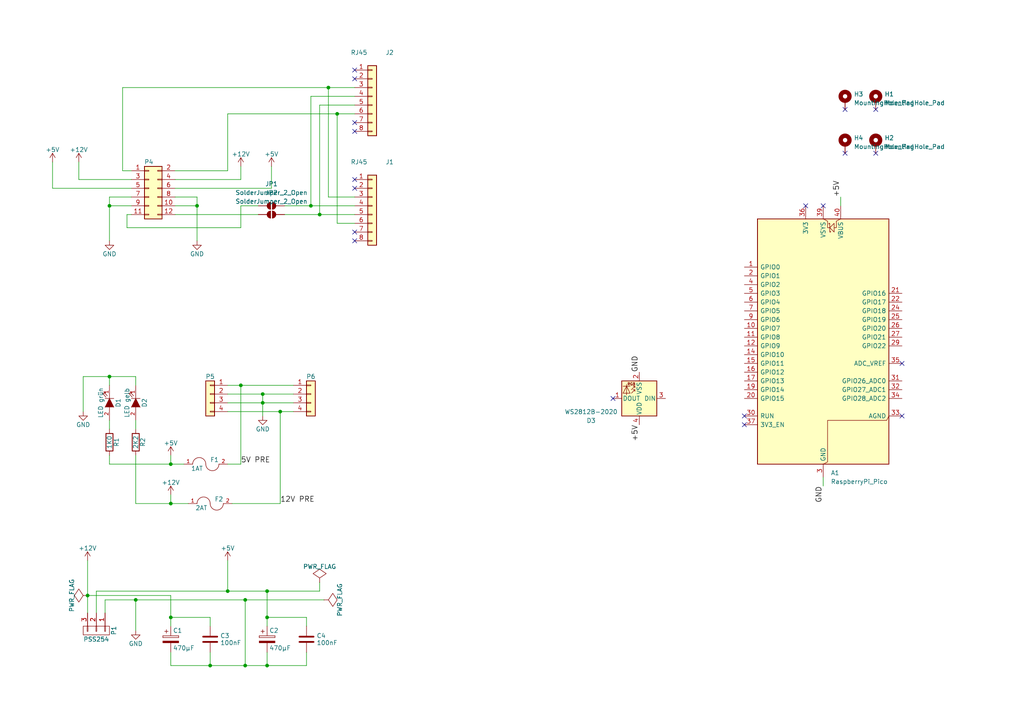
<source format=kicad_sch>
(kicad_sch (version 20250114) (generator "eeschema") (generator_version "9.0")
  (paper "A4")
  (title_block (title "Modul-Anschluss-Einheit") (date "2023-06-19") (rev "3") (comment 2 "MoBaSbS-002") (comment 3 "Anschluss Baugruppe") (comment 4 "MoBaSbS"))
  (lib_symbols
    (symbol "Connector_Generic:Conn_01x04" (pin_names (offset 1.016) (hide yes))
      (property "Reference" "J" (at 0 5.08 0))
      (property "Value" "Conn_01x04" (at 0 -7.62 0))
      (symbol "Conn_01x04_1_1"
        (rectangle (start -1.27 3.81) (end 1.27 -6.35) (stroke (width 0.254)) (fill (type background)))
        (rectangle (start -1.27 2.667) (end 0 2.413) (stroke (width 0.1524)))
        (rectangle (start -1.27 0.127) (end 0 -0.127) (stroke (width 0.1524)))
        (rectangle (start -1.27 -2.413) (end 0 -2.667) (stroke (width 0.1524)))
        (rectangle (start -1.27 -4.953) (end 0 -5.207) (stroke (width 0.1524)))
        (pin passive line (at -5.08 2.54 0) (length 3.81) (name "Pin_1") (number "1"))
        (pin passive line (at -5.08 0 0) (length 3.81) (name "Pin_2") (number "2"))
        (pin passive line (at -5.08 -2.54 0) (length 3.81) (name "Pin_3") (number "3"))
        (pin passive line (at -5.08 -5.08 0) (length 3.81) (name "Pin_4") (number "4"))
      )
    )
    (symbol "Connector_Generic:Conn_01x08" (pin_names (offset 1.016) (hide yes))
      (property "Reference" "J" (at 0 10.16 0))
      (property "Value" "Conn_01x08" (at 0 -12.7 0))
      (symbol "Conn_01x08_1_1"
        (rectangle (start -1.27 8.89) (end 1.27 -11.43) (stroke (width 0.254)) (fill (type background)))
        (rectangle (start -1.27 7.747) (end 0 7.493) (stroke (width 0.1524)))
        (rectangle (start -1.27 5.207) (end 0 4.953) (stroke (width 0.1524)))
        (rectangle (start -1.27 2.667) (end 0 2.413) (stroke (width 0.1524)))
        (rectangle (start -1.27 0.127) (end 0 -0.127) (stroke (width 0.1524)))
        (rectangle (start -1.27 -2.413) (end 0 -2.667) (stroke (width 0.1524)))
        (rectangle (start -1.27 -4.953) (end 0 -5.207) (stroke (width 0.1524)))
        (rectangle (start -1.27 -7.493) (end 0 -7.747) (stroke (width 0.1524)))
        (rectangle (start -1.27 -10.033) (end 0 -10.287) (stroke (width 0.1524)))
        (pin passive line (at -5.08 7.62 0) (length 3.81) (name "Pin_1") (number "1"))
        (pin passive line (at -5.08 5.08 0) (length 3.81) (name "Pin_2") (number "2"))
        (pin passive line (at -5.08 2.54 0) (length 3.81) (name "Pin_3") (number "3"))
        (pin passive line (at -5.08 0 0) (length 3.81) (name "Pin_4") (number "4"))
        (pin passive line (at -5.08 -2.54 0) (length 3.81) (name "Pin_5") (number "5"))
        (pin passive line (at -5.08 -5.08 0) (length 3.81) (name "Pin_6") (number "6"))
        (pin passive line (at -5.08 -7.62 0) (length 3.81) (name "Pin_7") (number "7"))
        (pin passive line (at -5.08 -10.16 0) (length 3.81) (name "Pin_8") (number "8"))
      )
    )
    (symbol "Connector_Generic:Conn_02x06_Odd_Even" (pin_names (offset 1.016) (hide yes))
      (property "Reference" "J" (at 1.27 7.62 0))
      (property "Value" "Conn_02x06_Odd_Even" (at 1.27 -10.16 0))
      (symbol "Conn_02x06_Odd_Even_1_1"
        (rectangle (start -1.27 6.35) (end 3.81 -8.89) (stroke (width 0.254)) (fill (type background)))
        (rectangle (start -1.27 5.207) (end 0 4.953) (stroke (width 0.1524)))
        (rectangle (start -1.27 2.667) (end 0 2.413) (stroke (width 0.1524)))
        (rectangle (start -1.27 0.127) (end 0 -0.127) (stroke (width 0.1524)))
        (rectangle (start -1.27 -2.413) (end 0 -2.667) (stroke (width 0.1524)))
        (rectangle (start -1.27 -4.953) (end 0 -5.207) (stroke (width 0.1524)))
        (rectangle (start -1.27 -7.493) (end 0 -7.747) (stroke (width 0.1524)))
        (rectangle (start 3.81 5.207) (end 2.54 4.953) (stroke (width 0.1524)))
        (rectangle (start 3.81 2.667) (end 2.54 2.413) (stroke (width 0.1524)))
        (rectangle (start 3.81 0.127) (end 2.54 -0.127) (stroke (width 0.1524)))
        (rectangle (start 3.81 -2.413) (end 2.54 -2.667) (stroke (width 0.1524)))
        (rectangle (start 3.81 -4.953) (end 2.54 -5.207) (stroke (width 0.1524)))
        (rectangle (start 3.81 -7.493) (end 2.54 -7.747) (stroke (width 0.1524)))
        (pin passive line (at -5.08 5.08 0) (length 3.81) (name "Pin_1") (number "1"))
        (pin passive line (at -5.08 2.54 0) (length 3.81) (name "Pin_3") (number "3"))
        (pin passive line (at -5.08 0 0) (length 3.81) (name "Pin_5") (number "5"))
        (pin passive line (at -5.08 -2.54 0) (length 3.81) (name "Pin_7") (number "7"))
        (pin passive line (at -5.08 -5.08 0) (length 3.81) (name "Pin_9") (number "9"))
        (pin passive line (at -5.08 -7.62 0) (length 3.81) (name "Pin_11") (number "11"))
        (pin passive line (at 7.62 5.08 180) (length 3.81) (name "Pin_2") (number "2"))
        (pin passive line (at 7.62 2.54 180) (length 3.81) (name "Pin_4") (number "4"))
        (pin passive line (at 7.62 0 180) (length 3.81) (name "Pin_6") (number "6"))
        (pin passive line (at 7.62 -2.54 180) (length 3.81) (name "Pin_8") (number "8"))
        (pin passive line (at 7.62 -5.08 180) (length 3.81) (name "Pin_10") (number "10"))
        (pin passive line (at 7.62 -7.62 180) (length 3.81) (name "Pin_12") (number "12"))
      )
    )
    (symbol "Device:C" (pin_numbers (hide yes)) (pin_names (offset 0.254))
      (property "Reference" "C" (at 0.635 2.54 0))
      (property "Value" "C" (at 0.635 -2.54 0))
      (symbol "C_0_1"
        (polyline (pts (xy -2.032 0.762) (xy 2.032 0.762)) (stroke (width 0.508)))
        (polyline (pts (xy -2.032 -0.762) (xy 2.032 -0.762)) (stroke (width 0.508)))
      )
      (symbol "C_1_1"
        (pin passive line (at 0 3.81 270) (length 2.794) (name "~") (number "1"))
        (pin passive line (at 0 -3.81 90) (length 2.794) (name "~") (number "2"))
      )
    )
    (symbol "Jumper:SolderJumper_2_Open" (pin_numbers (hide yes)) (pin_names (offset 0) (hide yes)) (exclude_from_sim yes) (in_bom no)
      (property "Reference" "JP" (at 0 2.032 0))
      (property "Value" "SolderJumper_2_Open" (at 0 -2.54 0))
      (symbol "SolderJumper_2_Open_0_1"
        (polyline (pts (xy -0.254 1.016) (xy -0.254 -1.016)))
        (arc (start -0.254 -1.016) (mid -1.2656 0) (end -0.254 1.016))
        (arc (start -0.254 -1.016) (mid -1.2656 0) (end -0.254 1.016) (fill (type outline)))
        (arc (start 0.254 1.016) (mid 1.2656 0) (end 0.254 -1.016))
        (arc (start 0.254 1.016) (mid 1.2656 0) (end 0.254 -1.016) (fill (type outline)))
        (polyline (pts (xy 0.254 1.016) (xy 0.254 -1.016)))
      )
      (symbol "SolderJumper_2_Open_1_1"
        (pin passive line (at -3.81 0 0) (length 2.54) (name "A") (number "1"))
        (pin passive line (at 3.81 0 180) (length 2.54) (name "B") (number "2"))
      )
    )
    (symbol "LED:WS2812B-2020" (pin_names (offset 0.254))
      (property "Reference" "D" (at 5.08 5.715 0))
      (property "Value" "WS2812B-2020" (at 1.27 -5.715 0))
      (symbol "WS2812B-2020_0_0"
        (text "RGB" (at 2.286 -4.191 0) (effects (font (size 0.762 0.762))))
      )
      (symbol "WS2812B-2020_0_1"
        (polyline (pts (xy 1.27 -2.54) (xy 1.778 -2.54)))
        (polyline (pts (xy 1.27 -3.556) (xy 1.778 -3.556)))
        (polyline (pts (xy 2.286 -1.524) (xy 1.27 -2.54) (xy 1.27 -2.032)))
        (polyline (pts (xy 2.286 -2.54) (xy 1.27 -3.556) (xy 1.27 -3.048)))
        (polyline (pts (xy 3.683 -1.016) (xy 3.683 -3.556) (xy 3.683 -4.064)))
        (polyline (pts (xy 4.699 -1.524) (xy 2.667 -1.524) (xy 3.683 -3.556) (xy 4.699 -1.524)))
        (polyline (pts (xy 4.699 -3.556) (xy 2.667 -3.556)))
        (rectangle (start 5.08 5.08) (end -5.08 -5.08) (stroke (width 0.254)) (fill (type background)))
      )
      (symbol "WS2812B-2020_1_1"
        (pin input line (at -7.62 0 0) (length 2.54) (name "DIN") (number "3"))
        (pin power_in line (at 0 7.62 270) (length 2.54) (name "VDD") (number "4"))
        (pin power_in line (at 0 -7.62 90) (length 2.54) (name "VSS") (number "2"))
        (pin output line (at 7.62 0 180) (length 2.54) (name "DOUT") (number "1"))
      )
    )
    (symbol "Mechanical:MountingHole_Pad" (pin_numbers (hide yes)) (pin_names (offset 1.016) (hide yes))
      (property "Reference" "H" (at 0 6.35 0))
      (property "Value" "MountingHole_Pad" (at 0 4.445 0))
      (symbol "MountingHole_Pad_0_1"
        (circle (center 0 1.27) (radius 1.27) (stroke (width 1.27)))
      )
      (symbol "MountingHole_Pad_1_1"
        (pin input line (at 0 -2.54 90) (length 2.54) (name "1") (number "1"))
      )
    )
    (symbol "MoBaSbS-002-3-AnschaltGruppe-rescue:+12V" (power) (pin_names (offset 0))
      (property "Value" "+12V" (at 0 3.556 0))
      (symbol "+12V_0_1"
        (polyline (pts (xy -0.762 1.27) (xy 0 2.54)))
        (polyline (pts (xy 0 2.54) (xy 0.762 1.27)))
        (polyline (pts (xy 0 0) (xy 0 2.54)))
      )
      (symbol "+12V_1_1"
        (pin power_in line (at 0 0 90) (length 0) (hide yes) (name "+12V") (number "1"))
      )
    )
    (symbol "MoBaSbS-002-3-AnschaltGruppe-rescue:+5V" (power) (pin_names (offset 0))
      (property "Value" "+5V" (at 0 3.556 0))
      (symbol "+5V_0_1"
        (polyline (pts (xy -0.762 1.27) (xy 0 2.54)))
        (polyline (pts (xy 0 2.54) (xy 0.762 1.27)))
        (polyline (pts (xy 0 0) (xy 0 2.54)))
      )
      (symbol "+5V_1_1"
        (pin power_in line (at 0 0 90) (length 0) (hide yes) (name "+5V") (number "1"))
      )
    )
    (symbol "MoBaSbS-002-3-AnschaltGruppe-rescue:CONN_01X03" (pin_names (offset 1.016) (hide yes))
      (property "Reference" "P" (at 0 5.08 0))
      (property "Value" "CONN_01X03" (at 2.54 0 90))
      (symbol "CONN_01X03_0_1"
        (rectangle (start -1.27 3.81) (end 1.27 -3.81))
        (rectangle (start -1.27 2.667) (end 0.254 2.413))
        (rectangle (start -1.27 0.127) (end 0.254 -0.127))
        (rectangle (start -1.27 -2.413) (end 0.254 -2.667))
      )
      (symbol "CONN_01X03_1_1"
        (pin passive line (at -5.08 2.54 0) (length 3.81) (name "P1") (number "1"))
        (pin passive line (at -5.08 0 0) (length 3.81) (name "P2") (number "2"))
        (pin passive line (at -5.08 -2.54 0) (length 3.81) (name "P3") (number "3"))
      )
    )
    (symbol "MoBaSbS-002-3-AnschaltGruppe-rescue:CP" (pin_numbers (hide yes)) (pin_names (offset 0.254))
      (property "Reference" "C" (at 0.635 2.54 0))
      (property "Value" "CP" (at 0.635 -2.54 0))
      (symbol "CP_0_1"
        (rectangle (start -2.286 0.508) (end -2.286 1.016))
        (rectangle (start -2.286 0.508) (end 2.286 0.508))
        (polyline (pts (xy -1.778 2.286) (xy -0.762 2.286)))
        (polyline (pts (xy -1.27 2.794) (xy -1.27 1.778)))
        (rectangle (start 2.286 1.016) (end -2.286 1.016))
        (rectangle (start 2.286 1.016) (end 2.286 0.508))
        (rectangle (start 2.286 -0.508) (end -2.286 -1.016) (fill (type outline)))
      )
      (symbol "CP_1_1"
        (pin passive line (at 0 3.81 270) (length 2.794) (name "~") (number "1"))
        (pin passive line (at 0 -3.81 90) (length 2.794) (name "~") (number "2"))
      )
    )
    (symbol "MoBaSbS-002-3-AnschaltGruppe-rescue:FUSE" (pin_names (offset 0.254))
      (property "Reference" "F" (at 2.54 1.27 0))
      (property "Value" "FUSE" (at -2.54 -1.27 0))
      (symbol "FUSE_0_1"
        (arc (start -3.81 0) (mid -1.905 1.8967) (end 0 0))
        (arc (start 3.81 0) (mid 1.905 -1.8967) (end 0 0))
      )
      (symbol "FUSE_1_1"
        (pin input line (at -6.35 0 0) (length 2.54) (name "~") (number "1"))
        (pin input line (at 6.35 0 180) (length 2.54) (name "~") (number "2"))
      )
    )
    (symbol "MoBaSbS-002-3-AnschaltGruppe-rescue:GND" (power) (pin_names (offset 0))
      (property "Value" "GND" (at 0 -3.81 0))
      (symbol "GND_0_1"
        (polyline (pts (xy 0 0) (xy 0 -1.27) (xy 1.27 -1.27) (xy 0 -2.54) (xy -1.27 -1.27) (xy 0 -1.27)))
      )
      (symbol "GND_1_1"
        (pin power_in line (at 0 0 270) (length 0) (hide yes) (name "GND") (number "1"))
      )
    )
    (symbol "MoBaSbS-002-3-AnschaltGruppe-rescue:LED" (pin_names (offset 1.016) (hide yes))
      (property "Reference" "D" (at 0 2.54 0))
      (property "Value" "LED" (at 0 -2.54 0))
      (symbol "LED_0_1"
        (polyline (pts (xy -2.032 -0.635) (xy -3.175 -1.651) (xy -3.048 -1.016)))
        (polyline (pts (xy -1.651 -1.016) (xy -2.794 -2.032) (xy -2.667 -1.397)))
        (polyline (pts (xy -1.27 1.27) (xy -1.27 -1.27)))
        (polyline (pts (xy 1.27 1.27) (xy -1.27 0) (xy 1.27 -1.27)) (fill (type outline)))
      )
      (symbol "LED_1_1"
        (pin passive line (at -5.08 0 0) (length 3.81) (name "K") (number "1"))
        (pin passive line (at 5.08 0 180) (length 3.81) (name "A") (number "2"))
      )
    )
    (symbol "MoBaSbS-002-3-AnschaltGruppe-rescue:PWR_FLAG" (power) (pin_numbers (hide yes)) (pin_names (offset 0) (hide yes))
      (property "Value" "PWR_FLAG" (at 0 4.572 0))
      (symbol "PWR_FLAG_0_0"
        (pin power_out line (at 0 0 90) (length 0) (name "pwr") (number "1"))
      )
      (symbol "PWR_FLAG_0_1"
        (polyline (pts (xy 0 0) (xy 0 1.27) (xy -1.905 2.54) (xy 0 3.81) (xy 1.905 2.54) (xy 0 1.27)))
      )
    )
    (symbol "MoBaSbS-002-3-AnschaltGruppe-rescue:R" (pin_numbers (hide yes)) (pin_names (offset 0))
      (property "Reference" "R" (at 2.032 0 90))
      (property "Value" "R" (at 0 0 90))
      (symbol "R_0_1"
        (rectangle (start -1.016 -2.54) (end 1.016 2.54) (stroke (width 0.254)))
      )
      (symbol "R_1_1"
        (pin passive line (at 0 3.81 270) (length 1.27) (name "~") (number "1"))
        (pin passive line (at 0 -3.81 90) (length 1.27) (name "~") (number "2"))
      )
    )
    (symbol "RPi Pico:RaspberryPi_Pico" (pin_names (offset 0.762))
      (property "Reference" "A" (at -19.05 38.1 0))
      (property "Value" "RaspberryPi_Pico" (at 7.62 38.1 0))
      (symbol "RaspberryPi_Pico_0_1"
        (rectangle (start -19.05 36.83) (end 19.05 -34.29) (stroke (width 0.254)) (fill (type background)))
        (polyline (pts (xy 0 36.83) (xy 1.27 36.195) (xy 1.27 34.29) (xy 1.905 34.29)))
        (polyline (pts (xy 0 -34.29) (xy 1.27 -33.655) (xy 1.27 -21.59) (xy 18.415 -21.59) (xy 19.05 -20.32)))
        (polyline (pts (xy 1.651 35.306) (xy 1.651 35.56) (xy 1.905 35.56) (xy 1.905 33.02) (xy 2.159 33.02) (xy 2.159 33.274)))
        (polyline (pts (xy 1.905 34.29) (xy 3.175 35.56) (xy 3.175 33.02) (xy 1.905 34.29)))
        (polyline (pts (xy 5.08 36.83) (xy 3.81 36.195) (xy 3.81 34.29) (xy 3.175 34.29)))
      )
      (symbol "RaspberryPi_Pico_1_1"
        (pin bidirectional line (at -22.86 22.86 0) (length 3.81) (name "GPIO0") (number "1"))
        (pin bidirectional line (at -22.86 20.32 0) (length 3.81) (name "GPIO1") (number "2"))
        (pin bidirectional line (at -22.86 17.78 0) (length 3.81) (name "GPIO2") (number "4"))
        (pin bidirectional line (at -22.86 15.24 0) (length 3.81) (name "GPIO3") (number "5"))
        (pin bidirectional line (at -22.86 12.7 0) (length 3.81) (name "GPIO4") (number "6"))
        (pin bidirectional line (at -22.86 10.16 0) (length 3.81) (name "GPIO5") (number "7"))
        (pin bidirectional line (at -22.86 7.62 0) (length 3.81) (name "GPIO6") (number "9"))
        (pin bidirectional line (at -22.86 5.08 0) (length 3.81) (name "GPIO7") (number "10"))
        (pin bidirectional line (at -22.86 2.54 0) (length 3.81) (name "GPIO8") (number "11"))
        (pin bidirectional line (at -22.86 0 0) (length 3.81) (name "GPIO9") (number "12"))
        (pin bidirectional line (at -22.86 -2.54 0) (length 3.81) (name "GPIO10") (number "14"))
        (pin bidirectional line (at -22.86 -5.08 0) (length 3.81) (name "GPIO11") (number "15"))
        (pin bidirectional line (at -22.86 -7.62 0) (length 3.81) (name "GPIO12") (number "16"))
        (pin bidirectional line (at -22.86 -10.16 0) (length 3.81) (name "GPIO13") (number "17"))
        (pin bidirectional line (at -22.86 -12.7 0) (length 3.81) (name "GPIO14") (number "19"))
        (pin bidirectional line (at -22.86 -15.24 0) (length 3.81) (name "GPIO15") (number "20"))
        (pin input line (at -22.86 -20.32 0) (length 3.81) (name "RUN") (number "30"))
        (pin input line (at -22.86 -22.86 0) (length 3.81) (name "3V3_EN") (number "37"))
        (pin power_out line (at -5.08 40.64 270) (length 3.81) (name "3V3") (number "36"))
        (pin power_in line (at 0 40.64 270) (length 3.81) (name "VSYS") (number "39"))
        (pin passive line (at 0 -38.1 90) (length 3.81) (hide yes) (name "GND") (number "13"))
        (pin passive line (at 0 -38.1 90) (length 3.81) (hide yes) (name "GND") (number "18"))
        (pin passive line (at 0 -38.1 90) (length 3.81) (hide yes) (name "GND") (number "23"))
        (pin passive line (at 0 -38.1 90) (length 3.81) (hide yes) (name "GND") (number "28"))
        (pin power_out line (at 0 -38.1 90) (length 3.81) (name "GND") (number "3"))
        (pin passive line (at 0 -38.1 90) (length 3.81) (hide yes) (name "GND") (number "38"))
        (pin passive line (at 0 -38.1 90) (length 3.81) (hide yes) (name "GND") (number "8"))
        (pin power_out line (at 5.08 40.64 270) (length 3.81) (name "VBUS") (number "40"))
        (pin bidirectional line (at 22.86 15.24 180) (length 3.81) (name "GPIO16") (number "21"))
        (pin bidirectional line (at 22.86 12.7 180) (length 3.81) (name "GPIO17") (number "22"))
        (pin bidirectional line (at 22.86 10.16 180) (length 3.81) (name "GPIO18") (number "24"))
        (pin bidirectional line (at 22.86 7.62 180) (length 3.81) (name "GPIO19") (number "25"))
        (pin bidirectional line (at 22.86 5.08 180) (length 3.81) (name "GPIO20") (number "26"))
        (pin bidirectional line (at 22.86 2.54 180) (length 3.81) (name "GPIO21") (number "27"))
        (pin bidirectional line (at 22.86 0 180) (length 3.81) (name "GPIO22") (number "29"))
        (pin power_in line (at 22.86 -5.08 180) (length 3.81) (name "ADC_VREF") (number "35"))
        (pin bidirectional line (at 22.86 -10.16 180) (length 3.81) (name "GPIO26_ADC0") (number "31"))
        (pin bidirectional line (at 22.86 -12.7 180) (length 3.81) (name "GPIO27_ADC1") (number "32"))
        (pin bidirectional line (at 22.86 -15.24 180) (length 3.81) (name "GPIO28_ADC2") (number "34"))
        (pin power_out line (at 22.86 -20.32 180) (length 3.81) (name "AGND") (number "33"))
      )
    )
  )
  (junction (at 77.47 193.04))
  (junction (at 49.53 134.62))
  (junction (at 90.17 59.69))
  (junction (at 39.37 173.99))
  (junction (at 92.71 62.23))
  (junction (at 77.47 179.07))
  (junction (at 71.12 193.04))
  (junction (at 71.12 173.99))
  (junction (at 60.96 193.04))
  (junction (at 57.15 59.69))
  (junction (at 95.25 25.4))
  (junction (at 25.4 172.72))
  (junction (at 66.04 171.45))
  (junction (at 76.2 114.3))
  (junction (at 76.2 116.84))
  (junction (at 31.75 109.22))
  (junction (at 49.53 146.05))
  (junction (at 81.28 119.38))
  (junction (at 77.47 171.45))
  (junction (at 69.85 111.76))
  (junction (at 97.79 33.02))
  (junction (at 31.75 59.69))
  (junction (at 49.53 179.07))
  (no_connect (at 254 44.45))
  (no_connect (at 177.8 115.57))
  (no_connect (at 245.11 44.45))
  (no_connect (at 261.62 105.41))
  (no_connect (at 102.87 69.85))
  (no_connect (at 261.62 120.65))
  (no_connect (at 215.9 123.19))
  (no_connect (at 102.87 20.32))
  (no_connect (at 102.87 54.61))
  (no_connect (at 102.87 52.07))
  (no_connect (at 215.9 120.65))
  (no_connect (at 233.68 59.69))
  (no_connect (at 245.11 31.75))
  (no_connect (at 102.87 35.56))
  (no_connect (at 102.87 67.31))
  (no_connect (at 102.87 38.1))
  (no_connect (at 254 31.75))
  (no_connect (at 102.87 22.86))
  (no_connect (at 238.76 59.69))
  (wire (pts (xy 39.37 146.05) (xy 49.53 146.05)))
  (wire (pts (xy 31.75 134.62) (xy 31.75 132.08)))
  (wire (pts (xy 31.75 109.22) (xy 39.37 109.22)))
  (wire (pts (xy 71.12 193.04) (xy 77.47 193.04)))
  (wire (pts (xy 66.04 114.3) (xy 76.2 114.3)))
  (wire (pts (xy 95.25 57.15) (xy 95.25 25.4)))
  (wire (pts (xy 49.53 189.23) (xy 49.53 193.04)))
  (wire (pts (xy 67.31 146.05) (xy 81.28 146.05)))
  (wire (pts (xy 69.85 134.62) (xy 69.85 111.76)))
  (wire (pts (xy 95.25 25.4) (xy 35.56 25.4)))
  (wire (pts (xy 92.71 30.48) (xy 92.71 62.23)))
  (wire (pts (xy 31.75 134.62) (xy 49.53 134.62)))
  (wire (pts (xy 35.56 49.53) (xy 38.1 49.53)))
  (wire (pts (xy 15.24 54.61) (xy 38.1 54.61)))
  (wire (pts (xy 102.87 27.94) (xy 90.17 27.94)))
  (wire (pts (xy 31.75 111.76) (xy 31.75 109.22)))
  (wire (pts (xy 66.04 111.76) (xy 69.85 111.76)))
  (wire (pts (xy 30.48 173.99) (xy 39.37 173.99)))
  (wire (pts (xy 31.75 124.46) (xy 31.75 121.92)))
  (wire (pts (xy 81.28 119.38) (xy 81.28 146.05)))
  (wire (pts (xy 60.96 189.23) (xy 60.96 193.04)))
  (wire (pts (xy 97.79 64.77) (xy 97.79 33.02)))
  (wire (pts (xy 76.2 116.84) (xy 85.09 116.84)))
  (wire (pts (xy 76.2 120.65) (xy 76.2 116.84)))
  (wire (pts (xy 97.79 33.02) (xy 102.87 33.02)))
  (wire (pts (xy 66.04 116.84) (xy 76.2 116.84)))
  (wire (pts (xy 31.75 59.69) (xy 31.75 69.85)))
  (wire (pts (xy 27.94 171.45) (xy 66.04 171.45)))
  (wire (pts (xy 92.71 62.23) (xy 102.87 62.23)))
  (wire (pts (xy 88.9 189.23) (xy 88.9 193.04)))
  (wire (pts (xy 90.17 59.69) (xy 102.87 59.69)))
  (wire (pts (xy 39.37 124.46) (xy 39.37 121.92)))
  (wire (pts (xy 50.8 49.53) (xy 66.04 49.53)))
  (wire (pts (xy 69.85 52.07) (xy 69.85 48.26)))
  (wire (pts (xy 66.04 134.62) (xy 69.85 134.62)))
  (wire (pts (xy 36.83 66.04) (xy 36.83 62.23)))
  (wire (pts (xy 82.55 62.23) (xy 92.71 62.23)))
  (wire (pts (xy 49.53 181.61) (xy 49.53 179.07)))
  (wire (pts (xy 77.47 193.04) (xy 77.47 189.23)))
  (wire (pts (xy 102.87 30.48) (xy 92.71 30.48)))
  (wire (pts (xy 71.12 173.99) (xy 93.98 173.99)))
  (wire (pts (xy 88.9 179.07) (xy 77.47 179.07)))
  (wire (pts (xy 102.87 57.15) (xy 95.25 57.15)))
  (wire (pts (xy 50.8 59.69) (xy 57.15 59.69)))
  (wire (pts (xy 36.83 62.23) (xy 38.1 62.23)))
  (wire (pts (xy 50.8 57.15) (xy 57.15 57.15)))
  (wire (pts (xy 25.4 162.56) (xy 25.4 172.72)))
  (wire (pts (xy 39.37 182.88) (xy 39.37 173.99)))
  (wire (pts (xy 66.04 33.02) (xy 97.79 33.02)))
  (wire (pts (xy 15.24 54.61) (xy 15.24 46.99)))
  (wire (pts (xy 49.53 172.72) (xy 25.4 172.72)))
  (wire (pts (xy 90.17 27.94) (xy 90.17 59.69)))
  (wire (pts (xy 49.53 193.04) (xy 60.96 193.04)))
  (wire (pts (xy 78.74 54.61) (xy 78.74 48.26)))
  (wire (pts (xy 31.75 59.69) (xy 38.1 59.69)))
  (wire (pts (xy 243.84 57.15) (xy 243.84 59.69)))
  (wire (pts (xy 77.47 171.45) (xy 77.47 179.07)))
  (wire (pts (xy 57.15 57.15) (xy 57.15 59.69)))
  (wire (pts (xy 81.28 119.38) (xy 85.09 119.38)))
  (wire (pts (xy 25.4 172.72) (xy 25.4 177.8)))
  (wire (pts (xy 24.13 109.22) (xy 31.75 109.22)))
  (wire (pts (xy 22.86 52.07) (xy 38.1 52.07)))
  (wire (pts (xy 69.85 111.76) (xy 85.09 111.76)))
  (wire (pts (xy 31.75 57.15) (xy 31.75 59.69)))
  (wire (pts (xy 69.85 66.04) (xy 69.85 59.69)))
  (wire (pts (xy 60.96 181.61) (xy 60.96 179.07)))
  (wire (pts (xy 88.9 181.61) (xy 88.9 179.07)))
  (wire (pts (xy 39.37 173.99) (xy 71.12 173.99)))
  (wire (pts (xy 77.47 171.45) (xy 92.71 171.45)))
  (wire (pts (xy 35.56 25.4) (xy 35.56 49.53)))
  (wire (pts (xy 49.53 146.05) (xy 49.53 143.51)))
  (wire (pts (xy 49.53 134.62) (xy 53.34 134.62)))
  (wire (pts (xy 49.53 132.08) (xy 49.53 134.62)))
  (wire (pts (xy 102.87 64.77) (xy 97.79 64.77)))
  (wire (pts (xy 22.86 52.07) (xy 22.86 46.99)))
  (wire (pts (xy 50.8 54.61) (xy 78.74 54.61)))
  (wire (pts (xy 66.04 171.45) (xy 77.47 171.45)))
  (wire (pts (xy 60.96 193.04) (xy 71.12 193.04)))
  (wire (pts (xy 50.8 52.07) (xy 69.85 52.07)))
  (wire (pts (xy 24.13 109.22) (xy 24.13 119.38)))
  (wire (pts (xy 71.12 173.99) (xy 71.12 193.04)))
  (wire (pts (xy 27.94 171.45) (xy 27.94 177.8)))
  (wire (pts (xy 69.85 59.69) (xy 74.93 59.69)))
  (wire (pts (xy 66.04 119.38) (xy 81.28 119.38)))
  (wire (pts (xy 39.37 109.22) (xy 39.37 111.76)))
  (wire (pts (xy 66.04 49.53) (xy 66.04 33.02)))
  (wire (pts (xy 31.75 57.15) (xy 38.1 57.15)))
  (wire (pts (xy 60.96 179.07) (xy 49.53 179.07)))
  (wire (pts (xy 49.53 179.07) (xy 49.53 172.72)))
  (wire (pts (xy 95.25 25.4) (xy 102.87 25.4)))
  (wire (pts (xy 30.48 173.99) (xy 30.48 177.8)))
  (wire (pts (xy 66.04 171.45) (xy 66.04 162.56)))
  (wire (pts (xy 36.83 66.04) (xy 69.85 66.04)))
  (wire (pts (xy 50.8 62.23) (xy 74.93 62.23)))
  (wire (pts (xy 88.9 193.04) (xy 77.47 193.04)))
  (wire (pts (xy 76.2 114.3) (xy 85.09 114.3)))
  (wire (pts (xy 57.15 59.69) (xy 57.15 69.85)))
  (wire (pts (xy 76.2 116.84) (xy 76.2 114.3)))
  (wire (pts (xy 92.71 171.45) (xy 92.71 168.91)))
  (wire (pts (xy 82.55 59.69) (xy 90.17 59.69)))
  (wire (pts (xy 238.76 140.97) (xy 238.76 138.43)))
  (wire (pts (xy 49.53 146.05) (xy 54.61 146.05)))
  (wire (pts (xy 77.47 179.07) (xy 77.47 181.61)))
  (wire (pts (xy 39.37 146.05) (xy 39.37 132.08)))
  (label "12V PRE" (at 81.28 146.05 0) (effects (font (size 1.524 1.524))))
  (label "GND" (at 185.42 107.95 90) (effects (font (size 1.524 1.524))))
  (label "+5V" (at 185.42 123.19 270) (effects (font (size 1.524 1.524))))
  (label "+5V" (at 243.84 57.15 90) (effects (font (size 1.524 1.524))))
  (label "5V PRE" (at 69.85 134.62 0) (effects (font (size 1.524 1.524))))
  (label "GND" (at 238.76 140.97 270) (effects (font (size 1.524 1.524))))
  (symbol (lib_id "Connector_Generic:Conn_01x08") (at 107.95 59.69 0) (unit 1)
    (property "Reference" "J1" (at 113.03 46.99 0))
    (property "Value" "RJ45" (at 104.14 46.99 0))
    (property "Footprint" "Connect:RJ45_8" (effects (hide yes)))
  )
  (symbol (lib_id "Connector_Generic:Conn_01x04") (at 90.17 114.3 0) (unit 1)
    (property "Reference" "P6" (at 90.17 109.22 0))
    (property "Value" "Wago" (effects (hide yes)))
    (property "Footprint" "Molex_MiniFitJr_1x4:CONN_5566-04A_MOL" (effects (hide yes)))
  )
  (symbol (lib_id "Connector_Generic:Conn_01x04") (at 60.96 114.3 0) (mirror y) (unit 1)
    (property "Reference" "P5" (at 60.96 109.22 0))
    (property "Value" "Wago" (effects (hide yes)))
    (property "Footprint" "Molex_MiniFitJr_1x4:CONN_5566-04A_MOL" (effects (hide yes)))
  )
  (symbol (lib_id "MoBaSbS-002-3-AnschaltGruppe-rescue:GND") (at 76.2 120.65 0) (unit 1)
    (property "Reference" "#PWR01" (effects (hide yes)))
    (property "Value" "GND" (at 76.2 124.46 0))
  )
  (symbol (lib_id "MoBaSbS-002-3-AnschaltGruppe-rescue:FUSE") (at 59.69 134.62 0) (unit 1)
    (property "Reference" "F1" (at 62.23 133.35 0))
    (property "Value" "1AT" (at 57.15 135.89 0))
    (property "Footprint" "Fuse:Fuseholder_Littelfuse_Nano2_154x" (effects (hide yes)))
  )
  (symbol (lib_id "MoBaSbS-002-3-AnschaltGruppe-rescue:FUSE") (at 60.96 146.05 0) (unit 1)
    (property "Reference" "F2" (at 63.5 144.78 0))
    (property "Value" "2AT" (at 58.42 147.32 0))
    (property "Footprint" "Fuse:Fuseholder_Littelfuse_Nano2_154x" (effects (hide yes)))
  )
  (symbol (lib_id "MoBaSbS-002-3-AnschaltGruppe-rescue:+12V") (at 49.53 143.51 0) (unit 1)
    (property "Reference" "#PWR02" (effects (hide yes)))
    (property "Value" "+12V" (at 49.53 139.954 0))
  )
  (symbol (lib_id "MoBaSbS-002-3-AnschaltGruppe-rescue:+5V") (at 49.53 132.08 0) (unit 1)
    (property "Reference" "#PWR03" (effects (hide yes)))
    (property "Value" "+5V" (at 49.53 128.524 0))
  )
  (symbol (lib_id "MoBaSbS-002-3-AnschaltGruppe-rescue:R") (at 31.75 128.27 0) (unit 1)
    (property "Reference" "R1" (at 33.782 128.27 90))
    (property "Value" "1K0" (at 31.75 128.27 90))
    (property "Footprint" "Resistor_SMD:R_1206_3216Metric" (effects (hide yes)))
  )
  (symbol (lib_id "MoBaSbS-002-3-AnschaltGruppe-rescue:R") (at 39.37 128.27 0) (unit 1)
    (property "Reference" "R2" (at 41.402 128.27 90))
    (property "Value" "2K2" (at 39.37 128.27 90))
    (property "Footprint" "Resistor_SMD:R_1206_3216Metric" (effects (hide yes)))
  )
  (symbol (lib_id "MoBaSbS-002-3-AnschaltGruppe-rescue:LED") (at 31.75 116.84 270) (unit 1)
    (property "Reference" "D1" (at 34.29 116.84 0))
    (property "Value" "LED grün" (at 29.21 116.84 0))
    (property "Footprint" "LED_SMD:LED_1206_3216Metric" (effects (hide yes)))
  )
  (symbol (lib_id "MoBaSbS-002-3-AnschaltGruppe-rescue:LED") (at 39.37 116.84 270) (unit 1)
    (property "Reference" "D2" (at 41.91 116.84 0))
    (property "Value" "LED gelb" (at 36.83 116.84 0))
    (property "Footprint" "LED_SMD:LED_1206_3216Metric" (effects (hide yes)))
  )
  (symbol (lib_id "MoBaSbS-002-3-AnschaltGruppe-rescue:GND") (at 24.13 119.38 0) (unit 1)
    (property "Reference" "#PWR04" (effects (hide yes)))
    (property "Value" "GND" (at 24.13 123.19 0))
  )
  (symbol (lib_id "MoBaSbS-002-3-AnschaltGruppe-rescue:GND") (at 57.15 69.85 0) (unit 1)
    (property "Reference" "#PWR05" (effects (hide yes)))
    (property "Value" "GND" (at 57.15 73.66 0))
  )
  (symbol (lib_id "MoBaSbS-002-3-AnschaltGruppe-rescue:+5V") (at 15.24 46.99 0) (unit 1)
    (property "Reference" "#PWR06" (effects (hide yes)))
    (property "Value" "+5V" (at 15.24 43.434 0))
  )
  (symbol (lib_id "MoBaSbS-002-3-AnschaltGruppe-rescue:+12V") (at 22.86 46.99 0) (unit 1)
    (property "Reference" "#PWR07" (effects (hide yes)))
    (property "Value" "+12V" (at 22.86 43.434 0))
  )
  (symbol (lib_id "MoBaSbS-002-3-AnschaltGruppe-rescue:GND") (at 39.37 182.88 0) (unit 1)
    (property "Reference" "#PWR08" (effects (hide yes)))
    (property "Value" "GND" (at 39.37 186.69 0))
  )
  (symbol (lib_id "MoBaSbS-002-3-AnschaltGruppe-rescue:+5V") (at 66.04 162.56 0) (unit 1)
    (property "Reference" "#PWR09" (effects (hide yes)))
    (property "Value" "+5V" (at 66.04 159.004 0))
  )
  (symbol (lib_id "MoBaSbS-002-3-AnschaltGruppe-rescue:+12V") (at 25.4 162.56 0) (unit 1)
    (property "Reference" "#PWR010" (effects (hide yes)))
    (property "Value" "+12V" (at 25.4 159.004 0))
  )
  (symbol (lib_id "MoBaSbS-002-3-AnschaltGruppe-rescue:CONN_01X03") (at 27.94 182.88 270) (unit 1)
    (property "Reference" "P1" (at 33.02 182.88 0))
    (property "Value" "PSS254" (at 27.94 185.42 90))
    (property "Footprint" "Connector_Molex:Molex_KK-254_AE-6410-03A_1x03_P2.54mm_Vertical" (effects (hide yes)))
  )
  (symbol (lib_id "Connector_Generic:Conn_02x06_Odd_Even") (at 43.18 54.61 0) (unit 1)
    (property "Reference" "P4" (at 43.18 46.99 0))
    (property "Value" "2x5_Buchse" (effects (hide yes)))
    (property "Footprint" "Connector_PinSocket_2.54mm:PinSocket_2x06_P2.54mm_Horizontal" (effects (hide yes)))
    (property "Description" "Generic connector, double row, 02x06, odd/even pin numbering scheme (row 1 odd numbers, row 2 even numbers), script generated (kicad-library-utils/schlib/autogen/connector/)" (effects (hide yes)))
  )
  (symbol (lib_id "MoBaSbS-002-3-AnschaltGruppe-rescue:GND") (at 31.75 69.85 0) (unit 1)
    (property "Reference" "#PWR011" (effects (hide yes)))
    (property "Value" "GND" (at 31.75 73.66 0))
  )
  (symbol (lib_id "MoBaSbS-002-3-AnschaltGruppe-rescue:+12V") (at 69.85 48.26 0) (unit 1)
    (property "Reference" "#PWR012" (effects (hide yes)))
    (property "Value" "+12V" (at 69.85 44.704 0))
  )
  (symbol (lib_id "MoBaSbS-002-3-AnschaltGruppe-rescue:+5V") (at 78.74 48.26 0) (unit 1)
    (property "Reference" "#PWR013" (effects (hide yes)))
    (property "Value" "+5V" (at 78.74 44.704 0))
  )
  (symbol (lib_id "MoBaSbS-002-3-AnschaltGruppe-rescue:PWR_FLAG") (at 25.4 172.72 90) (unit 1)
    (property "Reference" "#FLG014" (effects (hide yes)))
    (property "Value" "PWR_FLAG" (at 20.828 172.72 0))
  )
  (symbol (lib_id "MoBaSbS-002-3-AnschaltGruppe-rescue:PWR_FLAG") (at 92.71 168.91 0) (unit 1)
    (property "Reference" "#FLG015" (effects (hide yes)))
    (property "Value" "PWR_FLAG" (at 92.71 164.338 0))
  )
  (symbol (lib_id "MoBaSbS-002-3-AnschaltGruppe-rescue:PWR_FLAG") (at 93.98 173.99 270) (unit 1)
    (property "Reference" "#FLG016" (effects (hide yes)))
    (property "Value" "PWR_FLAG" (at 98.552 173.99 0))
  )
  (symbol (lib_id "MoBaSbS-002-3-AnschaltGruppe-rescue:CP") (at 49.53 185.42 0) (unit 1)
    (property "Reference" "C1" (at 50.165 182.88 0) (effects (justify left)))
    (property "Value" "470µF" (at 50.165 187.96 0) (effects (justify left)))
    (property "Footprint" "Capacitor_THT:CP_Radial_D8.0mm_P5.00mm" (effects (hide yes)))
  )
  (symbol (lib_id "MoBaSbS-002-3-AnschaltGruppe-rescue:CP") (at 77.47 185.42 0) (unit 1)
    (property "Reference" "C2" (at 78.105 182.88 0) (effects (justify left)))
    (property "Value" "470µF" (at 78.105 187.96 0) (effects (justify left)))
    (property "Footprint" "Capacitor_THT:CP_Radial_D8.0mm_P5.00mm" (effects (hide yes)))
  )
  (symbol (lib_id "Connector_Generic:Conn_01x08") (at 107.95 27.94 0) (unit 1)
    (property "Reference" "J2" (at 113.03 15.24 0))
    (property "Value" "RJ45" (at 104.14 15.24 0))
    (property "Footprint" "Connect:RJ45_8" (effects (hide yes)))
  )
  (symbol (lib_id "Jumper:SolderJumper_2_Open") (at 78.74 59.69 0) (unit 1) (in_bom no)
    (property "Reference" "JP1" (at 78.74 53.34 0))
    (property "Value" "SolderJumper_2_Open" (at 78.74 55.88 0))
    (property "Footprint" "Jumper:SolderJumper-2_P1.3mm_Open_RoundedPad1.0x1.5mm" (effects (hide yes)))
    (property "Description" "Solder Jumper, 2-pole, open" (effects (hide yes)))
  )
  (symbol (lib_id "RPi Pico:RaspberryPi_Pico") (at 238.76 100.33 0) (unit 1)
    (property "Reference" "A1" (at 240.9541 137.16 0) (effects (justify left)))
    (property "Value" "RaspberryPi_Pico" (at 240.9541 139.7 0) (effects (justify left)))
    (property "Footprint" "Module:RaspberryPi_Pico_Common_Unspecified" (effects (hide yes)))
    (property "Datasheet" "https://datasheets.raspberrypi.com/pico/pico-datasheet.pdf" (effects (hide yes)))
    (property "Description" "Versatile and inexpensive microcontroller module powered by RP2040 dual-core Arm Cortex-M0+ processor up to 133 MHz, 264kB SRAM, 2MB QSPI flash" (effects (hide yes)))
  )
  (symbol (lib_id "Mechanical:MountingHole_Pad") (at 245.11 41.91 0) (unit 1)
    (property "Reference" "H4" (at 247.65 40.005 0) (effects (justify left)))
    (property "Value" "MountingHole_Pad" (at 247.65 42.545 0) (effects (justify left)))
    (property "Footprint" "MountingHole:MountingHole_2.7mm_M2.5_DIN965_Pad" (effects (hide yes)))
  )
  (symbol (lib_id "Device:C") (at 88.9 185.42 0) (unit 1)
    (property "Reference" "C4" (at 91.821 184.396 0) (effects (justify left)))
    (property "Value" "100nF" (at 91.821 186.444 0) (effects (justify left)))
    (property "Footprint" "Capacitor_SMD:C_1206_3216Metric" (effects (hide yes)))
  )
  (symbol (lib_id "Device:C") (at 60.96 185.42 0) (unit 1)
    (property "Reference" "C3" (at 63.881 184.396 0) (effects (justify left)))
    (property "Value" "100nF" (at 63.881 186.444 0) (effects (justify left)))
    (property "Footprint" "Capacitor_SMD:C_1206_3216Metric" (effects (hide yes)))
  )
  (symbol (lib_id "Jumper:SolderJumper_2_Open") (at 78.74 62.23 0) (unit 1) (in_bom no)
    (property "Reference" "JP2" (at 78.74 55.88 0))
    (property "Value" "SolderJumper_2_Open" (at 78.74 58.42 0))
    (property "Footprint" "Jumper:SolderJumper-2_P1.3mm_Open_RoundedPad1.0x1.5mm" (effects (hide yes)))
    (property "Description" "Solder Jumper, 2-pole, open" (effects (hide yes)))
  )
  (symbol (lib_id "Mechanical:MountingHole_Pad") (at 245.11 29.21 0) (unit 1)
    (property "Reference" "H3" (at 247.65 27.305 0) (effects (justify left)))
    (property "Value" "MountingHole_Pad" (at 247.65 29.845 0) (effects (justify left)))
    (property "Footprint" "MountingHole:MountingHole_2.7mm_M2.5_DIN965_Pad" (effects (hide yes)))
  )
  (symbol (lib_id "Mechanical:MountingHole_Pad") (at 254 41.91 0) (unit 1)
    (property "Reference" "H2" (at 256.54 40.005 0) (effects (justify left)))
    (property "Value" "MountingHole_Pad" (at 256.54 42.545 0) (effects (justify left)))
    (property "Footprint" "MountingHole:MountingHole_2.7mm_M2.5_DIN965_Pad" (effects (hide yes)))
  )
  (symbol (lib_id "Mechanical:MountingHole_Pad") (at 254 29.21 0) (unit 1)
    (property "Reference" "H1" (at 256.54 27.305 0) (effects (justify left)))
    (property "Value" "MountingHole_Pad" (at 256.54 29.845 0) (effects (justify left)))
    (property "Footprint" "MountingHole:MountingHole_2.7mm_M2.5_DIN965_Pad" (effects (hide yes)))
  )
  (symbol (lib_id "LED:WS2812B-2020") (at 185.42 115.57 180) (unit 1)
    (property "Reference" "D3" (at 171.45 121.9902 0))
    (property "Value" "WS2812B-2020" (at 171.45 119.4502 0))
    (property "Footprint" "LED_SMD:LED_WS2812B-2020_PLCC4_2.0x2.0mm" (effects (hide yes)))
    (property "Datasheet" "https://cdn-shop.adafruit.com/product-files/4684/4684_WS2812B-2020_V1.3_EN.pdf" (effects (hide yes)))
    (property "Description" "RGB LED with integrated controller, 2.0 x 2.0 mm, 12 mA" (effects (hide yes)))
  )
)
</source>
